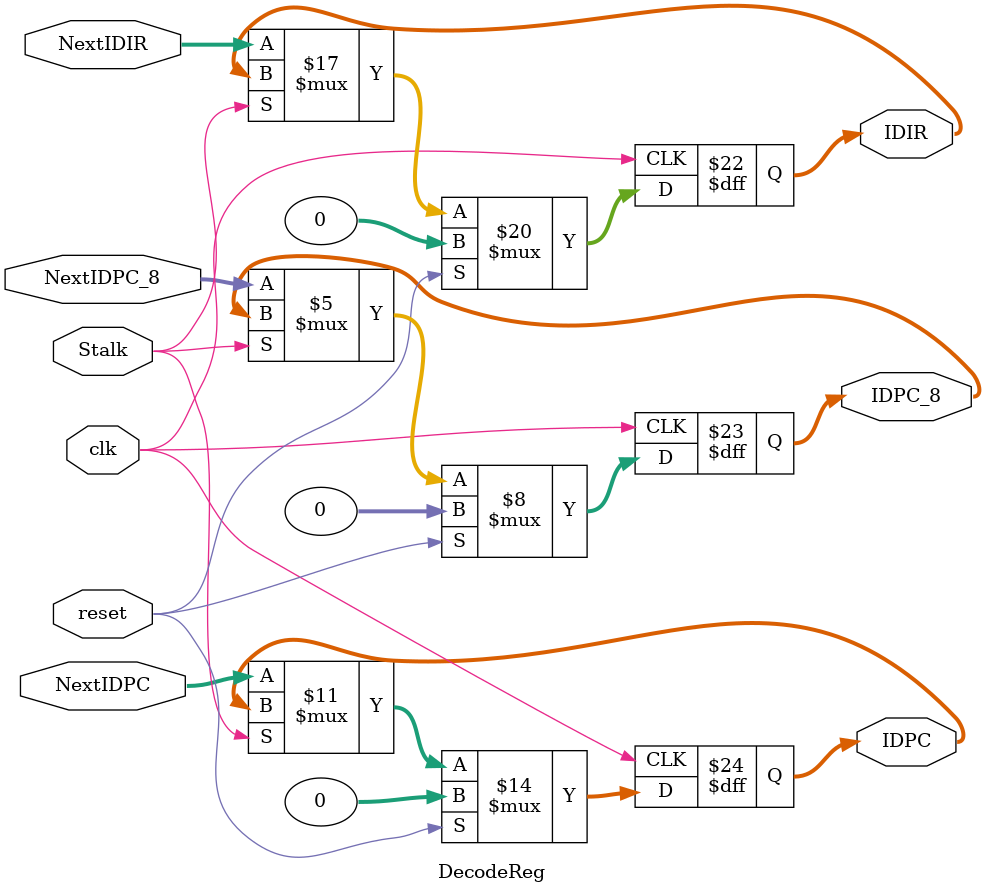
<source format=v>
`timescale 1ns / 1ps
module DecodeReg(
	input clk,
	input reset,
	input [31:0] NextIDIR,
	input [31:0] NextIDPC_8,
	input [31:0] NextIDPC,
	input Stalk,
	//input Trans,//transfer signal
	output reg [31:0] IDIR,
	output reg [31:0] IDPC_8,//ÕâÒ»½×¶ÎµÄÊý¾Ý×î¼òµ¥ ÎÞÆäËûÀ©Õ¹
	output reg [31:0] IDPC
	//ÎÒÃÇÁ÷Ë®Ïß¼Ä´æÆ÷ÒÔÆäÌá¹©Êý¾ÝµÄÁ÷Ë®¼¶µÄ¼ò³ÆÃüÃû£¬Èç D ¼¶Á÷Ë®Ïß¼Ä´æÆ÷µÄÇ°Ò»¼¶Îª F ¼¶£¬¶øºóÒ»¼¶Îª D ¼¶¡£
    );
	parameter init = 32'h0000_0000;//ÀíÂÛÉÏPC³õÊ¼ÖµÓ¦¸ÃÎª32'h0000_3000£¬µ«ÊÇÕâÀï²»»á±»ÓÃµ½£¬ËùÒÔ¿ÉÒÔ²»ÓÃ¹Ü£¬IRÒªÓÃ£¬¾Í²»ÐÐÁË
	always@(posedge clk) begin//ÐèÒª²ÉÓÃÄ£¿é»¯ºÍ²ã´Î»¯Éè¼Æ¡£¶¥²ãÎÄ¼þÎª mips.v£¬ÓÐÐ§µÄÇý¶¯ÐÅºÅÒªÇó°üÀ¨ÇÒ½ö°üÀ¨Í¬²½¸´Î»ÐÅºÅ resetºÍÊ±ÖÓÐÅºÅ clk£¬×¢ÒâÍ¬²½¸´Î»£¡£¡£¡
		if (reset == 1'b1) begin
			IDIR <= init;
			IDPC <= init;
			IDPC_8 <= init;//Á½ÖÖPCÍ³Ò»´æ
		end else begin //¶³½áPCºóÎÞÐè¶îÍâ´¦Àí
			if (Stalk != 1'b1) begin //ÔÝÍ£µÄÊ±ºò²»Çå³þÑÓ³Ù²Û
				//if (Trans == 1'b0) begin
				IDIR <= NextIDIR;
				IDPC <= NextIDPC;
				IDPC_8 <= NextIDPC_8;
				/*end else begin
					IDIR <= init;//²åÈënop
					IDPC <= init;
					IDPC_8 <= init;//Á½ÖÖPCÍ³Ò»´æ
				end
				*/
			end else begin //Êý¾Ý²»±ä,±ÜÃâ¸²¸Ç
				IDIR <= IDIR;
				IDPC <= IDPC;
				IDPC_8 <= IDPC_8;//Á½ÖÖPCÍ³Ò»´æ
				//$display("IDIR:%h", IDIR);
			end
		end
	end
endmodule

</source>
